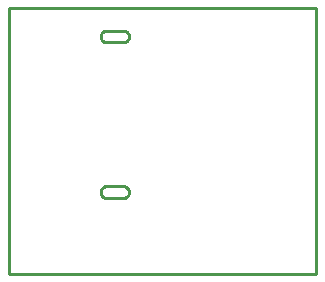
<source format=gbr>
G04 EAGLE Gerber RS-274X export*
G75*
%MOMM*%
%FSLAX34Y34*%
%LPD*%
%IN*%
%IPPOS*%
%AMOC8*
5,1,8,0,0,1.08239X$1,22.5*%
G01*
%ADD10C,0.254000*%


D10*
X-10000Y75000D02*
X250000Y75000D01*
X250000Y300000D01*
X-10000Y300000D01*
X-10000Y75000D01*
X72300Y270900D02*
X86300Y270900D01*
X86736Y270919D01*
X87168Y270976D01*
X87594Y271070D01*
X88010Y271202D01*
X88413Y271368D01*
X88800Y271570D01*
X89168Y271804D01*
X89514Y272070D01*
X89836Y272364D01*
X90130Y272686D01*
X90396Y273032D01*
X90630Y273400D01*
X90832Y273787D01*
X90998Y274190D01*
X91130Y274606D01*
X91224Y275032D01*
X91281Y275464D01*
X91300Y275900D01*
X91281Y276336D01*
X91224Y276768D01*
X91130Y277194D01*
X90998Y277610D01*
X90832Y278013D01*
X90630Y278400D01*
X90396Y278768D01*
X90130Y279114D01*
X89836Y279436D01*
X89514Y279730D01*
X89168Y279996D01*
X88800Y280230D01*
X88413Y280432D01*
X88010Y280598D01*
X87594Y280730D01*
X87168Y280824D01*
X86736Y280881D01*
X86300Y280900D01*
X72300Y280900D01*
X71864Y280881D01*
X71432Y280824D01*
X71006Y280730D01*
X70590Y280598D01*
X70187Y280432D01*
X69800Y280230D01*
X69432Y279996D01*
X69086Y279730D01*
X68764Y279436D01*
X68470Y279114D01*
X68204Y278768D01*
X67970Y278400D01*
X67768Y278013D01*
X67602Y277610D01*
X67470Y277194D01*
X67376Y276768D01*
X67319Y276336D01*
X67300Y275900D01*
X67319Y275464D01*
X67376Y275032D01*
X67470Y274606D01*
X67602Y274190D01*
X67768Y273787D01*
X67970Y273400D01*
X68204Y273032D01*
X68470Y272686D01*
X68764Y272364D01*
X69086Y272070D01*
X69432Y271804D01*
X69800Y271570D01*
X70187Y271368D01*
X70590Y271202D01*
X71006Y271070D01*
X71432Y270976D01*
X71864Y270919D01*
X72300Y270900D01*
X72300Y139100D02*
X86300Y139100D01*
X86736Y139119D01*
X87168Y139176D01*
X87594Y139270D01*
X88010Y139402D01*
X88413Y139568D01*
X88800Y139770D01*
X89168Y140004D01*
X89514Y140270D01*
X89836Y140564D01*
X90130Y140886D01*
X90396Y141232D01*
X90630Y141600D01*
X90832Y141987D01*
X90998Y142390D01*
X91130Y142806D01*
X91224Y143232D01*
X91281Y143664D01*
X91300Y144100D01*
X91281Y144536D01*
X91224Y144968D01*
X91130Y145394D01*
X90998Y145810D01*
X90832Y146213D01*
X90630Y146600D01*
X90396Y146968D01*
X90130Y147314D01*
X89836Y147636D01*
X89514Y147930D01*
X89168Y148196D01*
X88800Y148430D01*
X88413Y148632D01*
X88010Y148798D01*
X87594Y148930D01*
X87168Y149024D01*
X86736Y149081D01*
X86300Y149100D01*
X72300Y149100D01*
X71864Y149081D01*
X71432Y149024D01*
X71006Y148930D01*
X70590Y148798D01*
X70187Y148632D01*
X69800Y148430D01*
X69432Y148196D01*
X69086Y147930D01*
X68764Y147636D01*
X68470Y147314D01*
X68204Y146968D01*
X67970Y146600D01*
X67768Y146213D01*
X67602Y145810D01*
X67470Y145394D01*
X67376Y144968D01*
X67319Y144536D01*
X67300Y144100D01*
X67319Y143664D01*
X67376Y143232D01*
X67470Y142806D01*
X67602Y142390D01*
X67768Y141987D01*
X67970Y141600D01*
X68204Y141232D01*
X68470Y140886D01*
X68764Y140564D01*
X69086Y140270D01*
X69432Y140004D01*
X69800Y139770D01*
X70187Y139568D01*
X70590Y139402D01*
X71006Y139270D01*
X71432Y139176D01*
X71864Y139119D01*
X72300Y139100D01*
M02*

</source>
